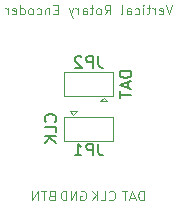
<source format=gbo>
G04 #@! TF.GenerationSoftware,KiCad,Pcbnew,(5.1.8)-1*
G04 #@! TF.CreationDate,2022-02-17T23:19:14+01:00*
G04 #@! TF.ProjectId,Vertical Rotary Encoder,56657274-6963-4616-9c20-526f74617279,rev?*
G04 #@! TF.SameCoordinates,Original*
G04 #@! TF.FileFunction,Legend,Bot*
G04 #@! TF.FilePolarity,Positive*
%FSLAX46Y46*%
G04 Gerber Fmt 4.6, Leading zero omitted, Abs format (unit mm)*
G04 Created by KiCad (PCBNEW (5.1.8)-1) date 2022-02-17 23:19:14*
%MOMM*%
%LPD*%
G01*
G04 APERTURE LIST*
%ADD10C,0.100000*%
%ADD11C,0.120000*%
%ADD12C,0.150000*%
G04 APERTURE END LIST*
D10*
X137946666Y-129141857D02*
X137832380Y-129179952D01*
X137794285Y-129218047D01*
X137756190Y-129294238D01*
X137756190Y-129408523D01*
X137794285Y-129484714D01*
X137832380Y-129522809D01*
X137908571Y-129560904D01*
X138213333Y-129560904D01*
X138213333Y-128760904D01*
X137946666Y-128760904D01*
X137870476Y-128799000D01*
X137832380Y-128837095D01*
X137794285Y-128913285D01*
X137794285Y-128989476D01*
X137832380Y-129065666D01*
X137870476Y-129103761D01*
X137946666Y-129141857D01*
X138213333Y-129141857D01*
X137527619Y-128760904D02*
X137070476Y-128760904D01*
X137299047Y-129560904D02*
X137299047Y-128760904D01*
X136803809Y-129560904D02*
X136803809Y-128760904D01*
X136346666Y-129560904D01*
X136346666Y-128760904D01*
X140429523Y-128799000D02*
X140505714Y-128760904D01*
X140620000Y-128760904D01*
X140734285Y-128799000D01*
X140810476Y-128875190D01*
X140848571Y-128951380D01*
X140886666Y-129103761D01*
X140886666Y-129218047D01*
X140848571Y-129370428D01*
X140810476Y-129446619D01*
X140734285Y-129522809D01*
X140620000Y-129560904D01*
X140543809Y-129560904D01*
X140429523Y-129522809D01*
X140391428Y-129484714D01*
X140391428Y-129218047D01*
X140543809Y-129218047D01*
X140048571Y-129560904D02*
X140048571Y-128760904D01*
X139591428Y-129560904D01*
X139591428Y-128760904D01*
X139210476Y-129560904D02*
X139210476Y-128760904D01*
X139020000Y-128760904D01*
X138905714Y-128799000D01*
X138829523Y-128875190D01*
X138791428Y-128951380D01*
X138753333Y-129103761D01*
X138753333Y-129218047D01*
X138791428Y-129370428D01*
X138829523Y-129446619D01*
X138905714Y-129522809D01*
X139020000Y-129560904D01*
X139210476Y-129560904D01*
X142836190Y-129484714D02*
X142874285Y-129522809D01*
X142988571Y-129560904D01*
X143064761Y-129560904D01*
X143179047Y-129522809D01*
X143255238Y-129446619D01*
X143293333Y-129370428D01*
X143331428Y-129218047D01*
X143331428Y-129103761D01*
X143293333Y-128951380D01*
X143255238Y-128875190D01*
X143179047Y-128799000D01*
X143064761Y-128760904D01*
X142988571Y-128760904D01*
X142874285Y-128799000D01*
X142836190Y-128837095D01*
X142112380Y-129560904D02*
X142493333Y-129560904D01*
X142493333Y-128760904D01*
X141845714Y-129560904D02*
X141845714Y-128760904D01*
X141388571Y-129560904D02*
X141731428Y-129103761D01*
X141388571Y-128760904D02*
X141845714Y-129218047D01*
X145757142Y-129560904D02*
X145757142Y-128760904D01*
X145566666Y-128760904D01*
X145452380Y-128799000D01*
X145376190Y-128875190D01*
X145338095Y-128951380D01*
X145300000Y-129103761D01*
X145300000Y-129218047D01*
X145338095Y-129370428D01*
X145376190Y-129446619D01*
X145452380Y-129522809D01*
X145566666Y-129560904D01*
X145757142Y-129560904D01*
X144995238Y-129332333D02*
X144614285Y-129332333D01*
X145071428Y-129560904D02*
X144804761Y-128760904D01*
X144538095Y-129560904D01*
X144385714Y-128760904D02*
X143928571Y-128760904D01*
X144157142Y-129560904D02*
X144157142Y-128760904D01*
X148175714Y-113012904D02*
X147909047Y-113812904D01*
X147642380Y-113012904D01*
X147070952Y-113774809D02*
X147147142Y-113812904D01*
X147299523Y-113812904D01*
X147375714Y-113774809D01*
X147413809Y-113698619D01*
X147413809Y-113393857D01*
X147375714Y-113317666D01*
X147299523Y-113279571D01*
X147147142Y-113279571D01*
X147070952Y-113317666D01*
X147032857Y-113393857D01*
X147032857Y-113470047D01*
X147413809Y-113546238D01*
X146690000Y-113812904D02*
X146690000Y-113279571D01*
X146690000Y-113431952D02*
X146651904Y-113355761D01*
X146613809Y-113317666D01*
X146537619Y-113279571D01*
X146461428Y-113279571D01*
X146309047Y-113279571D02*
X146004285Y-113279571D01*
X146194761Y-113012904D02*
X146194761Y-113698619D01*
X146156666Y-113774809D01*
X146080476Y-113812904D01*
X146004285Y-113812904D01*
X145737619Y-113812904D02*
X145737619Y-113279571D01*
X145737619Y-113012904D02*
X145775714Y-113051000D01*
X145737619Y-113089095D01*
X145699523Y-113051000D01*
X145737619Y-113012904D01*
X145737619Y-113089095D01*
X145013809Y-113774809D02*
X145090000Y-113812904D01*
X145242380Y-113812904D01*
X145318571Y-113774809D01*
X145356666Y-113736714D01*
X145394761Y-113660523D01*
X145394761Y-113431952D01*
X145356666Y-113355761D01*
X145318571Y-113317666D01*
X145242380Y-113279571D01*
X145090000Y-113279571D01*
X145013809Y-113317666D01*
X144328095Y-113812904D02*
X144328095Y-113393857D01*
X144366190Y-113317666D01*
X144442380Y-113279571D01*
X144594761Y-113279571D01*
X144670952Y-113317666D01*
X144328095Y-113774809D02*
X144404285Y-113812904D01*
X144594761Y-113812904D01*
X144670952Y-113774809D01*
X144709047Y-113698619D01*
X144709047Y-113622428D01*
X144670952Y-113546238D01*
X144594761Y-113508142D01*
X144404285Y-113508142D01*
X144328095Y-113470047D01*
X143832857Y-113812904D02*
X143909047Y-113774809D01*
X143947142Y-113698619D01*
X143947142Y-113012904D01*
X142461428Y-113812904D02*
X142728095Y-113431952D01*
X142918571Y-113812904D02*
X142918571Y-113012904D01*
X142613809Y-113012904D01*
X142537619Y-113051000D01*
X142499523Y-113089095D01*
X142461428Y-113165285D01*
X142461428Y-113279571D01*
X142499523Y-113355761D01*
X142537619Y-113393857D01*
X142613809Y-113431952D01*
X142918571Y-113431952D01*
X142004285Y-113812904D02*
X142080476Y-113774809D01*
X142118571Y-113736714D01*
X142156666Y-113660523D01*
X142156666Y-113431952D01*
X142118571Y-113355761D01*
X142080476Y-113317666D01*
X142004285Y-113279571D01*
X141890000Y-113279571D01*
X141813809Y-113317666D01*
X141775714Y-113355761D01*
X141737619Y-113431952D01*
X141737619Y-113660523D01*
X141775714Y-113736714D01*
X141813809Y-113774809D01*
X141890000Y-113812904D01*
X142004285Y-113812904D01*
X141509047Y-113279571D02*
X141204285Y-113279571D01*
X141394761Y-113012904D02*
X141394761Y-113698619D01*
X141356666Y-113774809D01*
X141280476Y-113812904D01*
X141204285Y-113812904D01*
X140594761Y-113812904D02*
X140594761Y-113393857D01*
X140632857Y-113317666D01*
X140709047Y-113279571D01*
X140861428Y-113279571D01*
X140937619Y-113317666D01*
X140594761Y-113774809D02*
X140670952Y-113812904D01*
X140861428Y-113812904D01*
X140937619Y-113774809D01*
X140975714Y-113698619D01*
X140975714Y-113622428D01*
X140937619Y-113546238D01*
X140861428Y-113508142D01*
X140670952Y-113508142D01*
X140594761Y-113470047D01*
X140213809Y-113812904D02*
X140213809Y-113279571D01*
X140213809Y-113431952D02*
X140175714Y-113355761D01*
X140137619Y-113317666D01*
X140061428Y-113279571D01*
X139985238Y-113279571D01*
X139794761Y-113279571D02*
X139604285Y-113812904D01*
X139413809Y-113279571D02*
X139604285Y-113812904D01*
X139680476Y-114003380D01*
X139718571Y-114041476D01*
X139794761Y-114079571D01*
X138499523Y-113393857D02*
X138232857Y-113393857D01*
X138118571Y-113812904D02*
X138499523Y-113812904D01*
X138499523Y-113012904D01*
X138118571Y-113012904D01*
X137775714Y-113279571D02*
X137775714Y-113812904D01*
X137775714Y-113355761D02*
X137737619Y-113317666D01*
X137661428Y-113279571D01*
X137547142Y-113279571D01*
X137470952Y-113317666D01*
X137432857Y-113393857D01*
X137432857Y-113812904D01*
X136709047Y-113774809D02*
X136785238Y-113812904D01*
X136937619Y-113812904D01*
X137013809Y-113774809D01*
X137051904Y-113736714D01*
X137090000Y-113660523D01*
X137090000Y-113431952D01*
X137051904Y-113355761D01*
X137013809Y-113317666D01*
X136937619Y-113279571D01*
X136785238Y-113279571D01*
X136709047Y-113317666D01*
X136251904Y-113812904D02*
X136328095Y-113774809D01*
X136366190Y-113736714D01*
X136404285Y-113660523D01*
X136404285Y-113431952D01*
X136366190Y-113355761D01*
X136328095Y-113317666D01*
X136251904Y-113279571D01*
X136137619Y-113279571D01*
X136061428Y-113317666D01*
X136023333Y-113355761D01*
X135985238Y-113431952D01*
X135985238Y-113660523D01*
X136023333Y-113736714D01*
X136061428Y-113774809D01*
X136137619Y-113812904D01*
X136251904Y-113812904D01*
X135299523Y-113812904D02*
X135299523Y-113012904D01*
X135299523Y-113774809D02*
X135375714Y-113812904D01*
X135528095Y-113812904D01*
X135604285Y-113774809D01*
X135642380Y-113736714D01*
X135680476Y-113660523D01*
X135680476Y-113431952D01*
X135642380Y-113355761D01*
X135604285Y-113317666D01*
X135528095Y-113279571D01*
X135375714Y-113279571D01*
X135299523Y-113317666D01*
X134613809Y-113774809D02*
X134690000Y-113812904D01*
X134842380Y-113812904D01*
X134918571Y-113774809D01*
X134956666Y-113698619D01*
X134956666Y-113393857D01*
X134918571Y-113317666D01*
X134842380Y-113279571D01*
X134690000Y-113279571D01*
X134613809Y-113317666D01*
X134575714Y-113393857D01*
X134575714Y-113470047D01*
X134956666Y-113546238D01*
X134232857Y-113812904D02*
X134232857Y-113279571D01*
X134232857Y-113431952D02*
X134194761Y-113355761D01*
X134156666Y-113317666D01*
X134080476Y-113279571D01*
X134004285Y-113279571D01*
D11*
X142390000Y-120874000D02*
X142090000Y-121174000D01*
X142690000Y-121174000D02*
X142090000Y-121174000D01*
X142390000Y-120874000D02*
X142690000Y-121174000D01*
X143140000Y-120674000D02*
X143140000Y-118674000D01*
X139040000Y-120674000D02*
X143140000Y-120674000D01*
X139040000Y-118674000D02*
X139040000Y-120674000D01*
X143140000Y-118674000D02*
X139040000Y-118674000D01*
X139040000Y-124484000D02*
X143140000Y-124484000D01*
X143140000Y-124484000D02*
X143140000Y-122484000D01*
X143140000Y-122484000D02*
X139040000Y-122484000D01*
X139040000Y-122484000D02*
X139040000Y-124484000D01*
X139790000Y-122284000D02*
X139490000Y-121984000D01*
X139490000Y-121984000D02*
X140090000Y-121984000D01*
X139790000Y-122284000D02*
X140090000Y-121984000D01*
D12*
X141923333Y-117326380D02*
X141923333Y-118040666D01*
X141970952Y-118183523D01*
X142066190Y-118278761D01*
X142209047Y-118326380D01*
X142304285Y-118326380D01*
X141447142Y-118326380D02*
X141447142Y-117326380D01*
X141066190Y-117326380D01*
X140970952Y-117374000D01*
X140923333Y-117421619D01*
X140875714Y-117516857D01*
X140875714Y-117659714D01*
X140923333Y-117754952D01*
X140970952Y-117802571D01*
X141066190Y-117850190D01*
X141447142Y-117850190D01*
X140494761Y-117421619D02*
X140447142Y-117374000D01*
X140351904Y-117326380D01*
X140113809Y-117326380D01*
X140018571Y-117374000D01*
X139970952Y-117421619D01*
X139923333Y-117516857D01*
X139923333Y-117612095D01*
X139970952Y-117754952D01*
X140542380Y-118326380D01*
X139923333Y-118326380D01*
X144717380Y-118602571D02*
X143717380Y-118602571D01*
X143717380Y-118840666D01*
X143765000Y-118983523D01*
X143860238Y-119078761D01*
X143955476Y-119126380D01*
X144145952Y-119174000D01*
X144288809Y-119174000D01*
X144479285Y-119126380D01*
X144574523Y-119078761D01*
X144669761Y-118983523D01*
X144717380Y-118840666D01*
X144717380Y-118602571D01*
X144431666Y-119554952D02*
X144431666Y-120031142D01*
X144717380Y-119459714D02*
X143717380Y-119793047D01*
X144717380Y-120126380D01*
X143717380Y-120316857D02*
X143717380Y-120888285D01*
X144717380Y-120602571D02*
X143717380Y-120602571D01*
X141923333Y-124736380D02*
X141923333Y-125450666D01*
X141970952Y-125593523D01*
X142066190Y-125688761D01*
X142209047Y-125736380D01*
X142304285Y-125736380D01*
X141447142Y-125736380D02*
X141447142Y-124736380D01*
X141066190Y-124736380D01*
X140970952Y-124784000D01*
X140923333Y-124831619D01*
X140875714Y-124926857D01*
X140875714Y-125069714D01*
X140923333Y-125164952D01*
X140970952Y-125212571D01*
X141066190Y-125260190D01*
X141447142Y-125260190D01*
X139923333Y-125736380D02*
X140494761Y-125736380D01*
X140209047Y-125736380D02*
X140209047Y-124736380D01*
X140304285Y-124879238D01*
X140399523Y-124974476D01*
X140494761Y-125022095D01*
X138272142Y-122888761D02*
X138319761Y-122841142D01*
X138367380Y-122698285D01*
X138367380Y-122603047D01*
X138319761Y-122460190D01*
X138224523Y-122364952D01*
X138129285Y-122317333D01*
X137938809Y-122269714D01*
X137795952Y-122269714D01*
X137605476Y-122317333D01*
X137510238Y-122364952D01*
X137415000Y-122460190D01*
X137367380Y-122603047D01*
X137367380Y-122698285D01*
X137415000Y-122841142D01*
X137462619Y-122888761D01*
X138367380Y-123793523D02*
X138367380Y-123317333D01*
X137367380Y-123317333D01*
X138367380Y-124126857D02*
X137367380Y-124126857D01*
X138367380Y-124698285D02*
X137795952Y-124269714D01*
X137367380Y-124698285D02*
X137938809Y-124126857D01*
M02*

</source>
